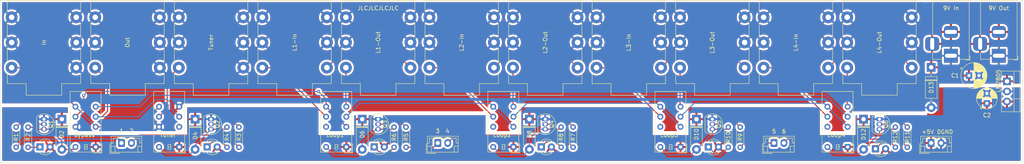
<source format=kicad_pcb>
(kicad_pcb (version 20211014) (generator pcbnew)
  (layers (0 "F.Cu" signal) (31 "B.Cu" signal) (34 "B.Paste" user) (35 "F.Paste" user) (36 "B.SilkS" user "B.Silkscreen") (37 "F.SilkS" user "F.Silkscreen") (38 "B.Mask" user) (39 "F.Mask" user) (44 "Edge.Cuts" user))
  (net 0 "")
  (net 1 "+9V")
  (net 2 "GNDD")
  (net 3 "+5V")
  (net 4 "Net-(D1-Pad1)")
  (net 5 "Net-(Q1-Pad2)")
  (net 6 "Net-(D3-Pad1)")
  (net 7 "Net-(D5-Pad1)")
  (net 8 "Net-(D7-Pad1)")
  (net 9 "Net-(D9-Pad1)")
  (net 10 "Net-(D11-Pad1)")
  (net 11 "J12-1")
  (net 12 "J12-2")
  (net 13 "J12-3")
  (net 14 "J12-4")
  (net 15 "J12-5")
  (net 16 "J12-6")
  (net 17 "Net-(Q2-Pad2)")
  (net 18 "Net-(Q3-Pad2)")
  (net 19 "Net-(Q4-Pad2)")
  (net 20 "Net-(Q5-Pad2)")
  (net 21 "Net-(Q6-Pad2)")
  (net 22 "In")
  (net 23 "Out")
  (net 24 "L-Out")
  (net 25 "L-In")
  (net 26 "GND")
  (net 27 "Net-(D10-Pad2)")
  (net 28 "Net-(D12-Pad2)")
  (net 29 "Net-(L1-In1-PadT)")
  (net 30 "Net-(L2-In1-PadT)")
  (net 31 "Net-(L3-In1-PadT)")
  (net 32 "Net-(L4-In1-PadT)")
  (net 33 "Net-(Loop1-Pad4)")
  (net 35 "Net-(Loop2-Pad4)")
  (net 37 "Net-(Loop3-Pad4)")
  (net 40 "Tuner-In")
  (net 42 "Net-(D4-Pad2)")
  (net 43 "Net-(L1-In1-PadTN)")
  (net 44 "Net-(L1-Out1-PadT)")
  (net 45 "Net-(L2-In1-PadTN)")
  (net 46 "Net-(L2-Out1-PadT)")
  (net 47 "Net-(L3-In1-PadTN)")
  (net 48 "Net-(L3-Out1-PadT)")
  (net 49 "Net-(L4-In1-PadTN)")
  (net 50 "Net-(L4-Out1-PadT)")
  (net 51 "Net-(Bypass1-Pad12)")
  (net 52 "Net-(D6-Pad2)")
  (net 53 "Net-(D8-Pad2)")
  (footprint "Diode_THT:D_DO-41_SOD81_P10.16mm_Horizontal" (layer "F.Cu") (at 234.015 16.92 -90)
    (fp_text reference "D13")
    (fp_text value "1N4001")
  )
  (footprint "LED_THT:LED_D3.0mm" (layer "F.Cu") (at 178.015 37)
    (fp_text reference "D9" hide)
    (fp_text value "IR204A")
  )
  (footprint "Resistor_THT:R_Axial_DIN0204_L3.6mm_D1.6mm_P5.08mm_Horizontal" (layer "F.Cu") (at 4.015 32 -90)
    (fp_text reference "R1")
    (fp_text value "R_Small_US" hide)
  )
  (footprint "Connector_BarrelJack:BarrelJack_Horizontal" (layer "F.Cu") (at 238.9725 14 -90)
    (fp_text reference "JDC1" hide)
    (fp_text value "Barrel_Jack_Switch" hide)
  )
  (footprint "Nate:Jack_6.35mm_Neutrik_NMJ6HCD2_Horizontal" (layer "F.Cu") (at 107.9 17 90)
    (fp_text reference "L2-In")
    (fp_text value "AudioJack3_SwitchSTR" hide)
  )
  (footprint "Nate:Jack_6.35mm_Neutrik_NMJ6HCD2_Horizontal" (layer "F.Cu") (at 2.9 17 90)
    (fp_text reference "In")
    (fp_text value "AudioJack3_SwitchSTR" hide)
  )
  (footprint "Diode_THT:D_DO-41_SOD81_P7.62mm_Horizontal" (layer "F.Cu") (at 49.015 30 -90)
    (fp_text reference "D4")
    (fp_text value "1N4001")
  )
  (footprint "Package_TO_SOT_THT:TO-92_Inline" (layer "F.Cu") (at 95.015 30 -90)
    (fp_text reference "Q3")
    (fp_text value "2N3904")
  )
  (footprint "Relay_THT:Relay_DPDT_Kemet_EC2" (layer "F.Cu") (at 24.015 37 180)
    (fp_text reference "Bypass")
    (fp_text value "EC2-4.5NU")
  )
  (footprint "Package_TO_SOT_THT:TO-92_Inline" (layer "F.Cu") (at 137.015 30 -90)
    (fp_text reference "Q4")
    (fp_text value "2N3904")
  )
  (footprint "Connector_JST:JST_EH_B2B-EH-A_1x02_P2.50mm_Vertical" (layer "F.Cu") (at 234 36)
    (fp_text reference "J4" hide)
    (fp_text value "Conn_01x02")
  )
  (footprint "Resistor_THT:R_Axial_DIN0204_L3.6mm_D1.6mm_P5.08mm_Horizontal" (layer "F.Cu") (at 60.015 32 -90)
    (fp_text reference "R3")
    (fp_text value "R_Small_US")
  )
  (footprint "Resistor_THT:R_Axial_DIN0204_L3.6mm_D1.6mm_P5.08mm_Horizontal" (layer "F.Cu") (at 186.015 32 -90)
    (fp_text reference "R9")
    (fp_text value "R_Small_US")
  )
  (footprint "Package_TO_SOT_THT:TO-92_Inline" (layer "F.Cu") (at 53.015 30 -90)
    (fp_text reference "Q2")
    (fp_text value "2N3904")
  )
  (footprint "Relay_THT:Relay_DPDT_Kemet_EC2" (layer "F.Cu") (at 171.015 37 180)
    (fp_text reference "Loop3")
    (fp_text value "EC2-4.5NU")
  )
  (footprint "Resistor_THT:R_Axial_DIN0204_L3.6mm_D1.6mm_P5.08mm_Horizontal" (layer "F.Cu") (at 102.015 32 -90)
    (fp_text reference "R5")
    (fp_text value "R_Small_US")
  )
  (footprint "Capacitor_THT:CP_Radial_D5.0mm_P2.50mm" (layer "F.Cu") (at 248.015 26 90)
    (fp_text reference "C2")
    (fp_text value "C_Polarized_US" hide)
  )
  (footprint "Diode_THT:D_DO-41_SOD81_P7.62mm_Horizontal" (layer "F.Cu") (at 217.015 30 -90)
    (fp_text reference "D12")
    (fp_text value "1N4001")
  )
  (footprint "Relay_THT:Relay_DPDT_Kemet_EC2" (layer "F.Cu") (at 87.015 37 180)
    (fp_text reference "Loop1")
    (fp_text value "EC2-4.5NU")
  )
  (footprint "Resistor_THT:R_Axial_DIN0204_L3.6mm_D1.6mm_P5.08mm_Horizontal" (layer "F.Cu") (at 57.015 32 -90)
    (fp_text reference "R4")
    (fp_text value "R_Small_US")
  )
  (footprint "Package_TO_SOT_THT:TO-92_Inline" (layer "F.Cu") (at 11.015 30 -90)
    (fp_text reference "Q1")
    (fp_text value "2N3904")
  )
  (footprint "Resistor_THT:R_Axial_DIN0204_L3.6mm_D1.6mm_P5.08mm_Horizontal" (layer "F.Cu") (at 183.015 32 -90)
    (fp_text reference "R10")
    (fp_text value "R_Small_US")
  )
  (footprint "Relay_THT:Relay_DPDT_Kemet_EC2" (layer "F.Cu") (at 213.015 37 180)
    (fp_text reference "Loop4")
    (fp_text value "EC2-4.5NU")
  )
  (footprint "Nate:Jack_6.35mm_Neutrik_NMJ6HCD2_Horizontal" (layer "F.Cu") (at 44.9 17 90)
    (fp_text reference "Tuner")
    (fp_text value "AudioJack3_SwitchSTR" hide)
  )
  (footprint "Relay_THT:Relay_DPDT_Kemet_EC2" (layer "F.Cu") (at 45.015 37 180)
    (fp_text reference "Tuner")
    (fp_text value "EC2-4.5NU")
  )
  (footprint "Package_TO_SOT_THT:TO-92_Inline" (layer "F.Cu") (at 221.015 30 -90)
    (fp_text reference "Q6")
    (fp_text value "2N3904")
  )
  (footprint "Nate:Jack_6.35mm_Neutrik_NMJ6HCD2_Horizontal" (layer "F.Cu") (at 128.9 17 90)
    (fp_text reference "L2-Out")
    (fp_text value "AudioJack3_SwitchSTR" hide)
  )
  (footprint "Nate:Jack_6.35mm_Neutrik_NMJ6HCD2_Horizontal" (layer "F.Cu") (at 65.9 17 90)
    (fp_text reference "L1-In")
    (fp_text value "AudioJack3_SwitchSTR" hide)
  )
  (footprint "Resistor_THT:R_Axial_DIN0204_L3.6mm_D1.6mm_P5.08mm_Horizontal" (layer "F.Cu") (at 141.015 32 -90)
    (fp_text reference "R8")
    (fp_text value "R_Small_US")
  )
  (footprint "Resistor_THT:R_Axial_DIN0204_L3.6mm_D1.6mm_P5.08mm_Horizontal" (layer "F.Cu") (at 228.015 32 -90)
    (fp_text reference "R11")
    (fp_text value "R_Small_US")
  )
  (footprint "Connector_JST:JST_EH_B2B-EH-A_1x02_P2.50mm_Vertical" (layer "F.Cu") (at 194.5 36)
    (fp_text reference "J56" hide)
    (fp_text value "Conn_01x02")
  )
  (footprint "Nate:Jack_6.35mm_Neutrik_NMJ6HCD2_Horizontal" (layer "F.Cu") (at 86.9 17 90)
    (fp_text reference "L1-Out")
    (fp_text value "AudioJack3_SwitchSTR" hide)
  )
  (footprint "Diode_THT:D_DO-41_SOD81_P7.62mm_Horizontal" (layer "F.Cu") (at 175.015 30 -90)
    (fp_text reference "D10")
    (fp_text value "1N4001")
  )
  (footprint "Nate:Jack_6.35mm_Neutrik_NMJ6HCD2_Horizontal" (layer "F.Cu") (at 170.9 17 90)
    (fp_text reference "L3-Out")
    (fp_text value "AudioJack3_SwitchSTR" hide)
  )
  (footprint "Diode_THT:D_DO-41_SOD81_P7.62mm_Horizontal" (layer "F.Cu") (at 15.515 30 -90)
    (fp_text reference "D2")
    (fp_text value "1N4001" hide)
  )
  (footprint "Nate:Jack_6.35mm_Neutrik_NMJ6HCD2_Horizontal" (layer "F.Cu") (at 191.9 17 90)
    (fp_text reference "L4-In")
    (fp_text value "AudioJack3_SwitchSTR" hide)
  )
  (footprint "Package_TO_SOT_THT:TO-220-3_Vertical" (layer "F.Cu") (at 253.07 20.46 -90)
    (fp_text reference "U1" hide)
    (fp_text value "LM7805")
  )
  (footprint "Resistor_THT:R_Axial_DIN0204_L3.6mm_D1.6mm_P5.08mm_Horizontal" (layer "F.Cu") (at 144.015 32 -90)
    (fp_text reference "R7")
    (fp_text value "R_Small_US")
  )
  (footprint "Nate:Jack_6.35mm_Neutrik_NMJ6HCD2_Horizontal" (layer "F.Cu") (at 212.9 17 90)
    (fp_text reference "L4-Out")
    (fp_text value "AudioJack3_SwitchSTR" hide)
  )
  (footprint "LED_THT:LED_D3.0mm" (layer "F.Cu") (at 52.015 37)
    (fp_text reference "D3" hide)
    (fp_text value "IR204A")
  )
  (footprint "Connector_JST:JST_EH_B2B-EH-A_1x02_P2.50mm_Vertical" (layer "F.Cu") (at 110 36)
    (fp_text reference "J34" hide)
    (fp_text value "Conn_01x02")
  )
  (footprint "Connector_BarrelJack:BarrelJack_Horizontal" (layer "F.Cu") (at 251.015 14 -90)
    (fp_text reference "JDC2" hide)
    (fp_text value "Barrel_Jack_Switch")
  )
  (footprint "Capacitor_THT:CP_Radial_D6.3mm_P2.50mm" (layer "F.Cu") (at 243.515 19)
    (fp_text reference "C1")
    (fp_text value "C_Polarized_US" hide)
  )
  (footprint "Relay_THT:Relay_DPDT_Kemet_EC2" (layer "F.Cu") (at 129.015 37 180)
    (fp_text reference "Loop2")
    (fp_text value "EC2-4.5NU")
  )
  (footprint "LED_THT:LED_D3.0mm" (layer "F.Cu") (at 10.015 37)
    (fp_text reference "D1" hide)
    (fp_text value "IR204A" hide)
  )
  (footprint "Resistor_THT:R_Axial_DIN0204_L3.6mm_D1.6mm_P5.08mm_Horizontal" (layer "F.Cu") (at 7.015 32 -90)
    (fp_text reference "R2")
    (fp_text value "R_Small_US")
  )
  (footprint "Nate:Jack_6.35mm_Neutrik_NMJ6HCD2_Horizontal" (layer "F.Cu") (at 149.9 17 90)
    (fp_text reference "L3-In")
    (fp_text value "AudioJack3_SwitchSTR" hide)
  )
  (footprint "Diode_THT:D_DO-41_SOD81_P7.62mm_Horizontal" (layer "F.Cu") (at 133.015 30 -90)
    (fp_text reference "D8")
    (fp_text value "1N4001")
  )
  (footprint "Diode_THT:D_DO-41_SOD81_P7.62mm_Horizontal" (layer "F.Cu") (at 91.015 30 -90)
    (fp_text reference "D6")
    (fp_text value "1N4001")
  )
  (footprint "LED_THT:LED_D3.0mm" (layer "F.Cu") (at 136.015 37)
    (fp_text reference "D7" hide)
    (fp_text value "IR204A")
  )
  (footprint "Resistor_THT:R_Axial_DIN0204_L3.6mm_D1.6mm_P5.08mm_Horizontal" (layer "F.Cu") (at 99.015 32 -90)
    (fp_text reference "R6")
    (fp_text value "R_Small_US")
  )
  (footprint "LED_THT:LED_D3.0mm" (layer "F.Cu") (at 220.015 37.46)
    (fp_text reference "D11" hide)
    (fp_text value "IR204A")
  )
  (footprint "Package_TO_SOT_THT:TO-92_Inline" (layer "F.Cu") (at 179.015 30 -90)
    (fp_text reference "Q5")
    (fp_text value "2N3904")
  )
  (footprint "Connector_JST:JST_EH_B2B-EH-A_1x02_P2.50mm_Vertical" (layer "F.Cu") (at 30.5 36)
    (fp_text reference "J12" hide)
    (fp_text value "Conn_01x02")
  )
  (footprint "Nate:Jack_6.35mm_Neutrik_NMJ6HCD2_Horizontal" (layer "F.Cu") (at 23.9 17 90)
    (fp_text reference "Out")
    (fp_text value "AudioJack3_SwitchSTR" hide)
  )
  (footprint "Resistor_THT:R_Axial_DIN0204_L3.6mm_D1.6mm_P5.08mm_Horizontal" (layer "F.Cu") (at 225.015 32 -90)
    (fp_text reference "R12")
    (fp_text value "R_Small_US")
  )
  (footprint "LED_THT:LED_D3.0mm" (layer "F.Cu") (at 94.015 37)
    (fp_text reference "D5" hide)
    (fp_text value "IR204A")
  )
  (gr_rect (start 0.015 0) (end 257.015 41) (layer "Edge.Cuts") (width 0.1) (fill none))
  (gr_text "9V Out" (at 251 2) (layer "F.SilkS") (effects (font (size 1 1))))
  (gr_text "+5V DGND" (at 235.577165 33.195907) (layer "F.SilkS") (effects (font (size 1 1))))
  (gr_text "1  2" (at 31.748026 32.956972) (layer "F.SilkS") (effects (font (size 1 1))))
  (gr_text "5  6" (at 195.765865 33.074927) (layer "F.SilkS") (effects (font (size 1 1))))
  (gr_text "9V In" (at 239 2) (layer "F.SilkS") (effects (font (size 1 1))))
  (gr_text "3  4" (at 111.20428 33.008389) (layer "F.SilkS") (effects (font (size 1 1))))
  (gr_text "JLCJLCJLCJLC" (at 95.015 2) (layer "F.SilkS") (effects (font (size 1 1))))
  (segment (start 246.315 11) (end 248.015 11) (width 0.25) (layer "F.Cu") (net 1))
  (segment (start 9.935 37.08) (end 10.015 37) (width 0.25) (layer "F.Cu") (net 4))
  (segment (start 7.015 37.08) (end 9.935 37.08) (width 0.25) (layer "F.Cu") (net 4))
  (segment (start 11.015 31.27) (end 9.785 31.27) (width 0.25) (layer "F.Cu") (net 5))
  (segment (start 9.785 31.27) (end 8.515 30) (width 0.25) (layer "F.Cu") (net 5))
  (segment (start 6.015 30) (end 4.015 32) (width 0.25) (layer "F.Cu") (net 5))
  (segment (start 8.515 30) (end 6.015 30) (width 0.25) (layer "F.Cu") (net 5))
  (segment (start 54.935 35) (end 57.015 37.08) (width 0.25) (layer "F.Cu") (net 6))
  (segment (start 52.015 37) (end 52.015 36.985) (width 0.25) (layer "F.Cu") (net 6))
  (segment (start 52.015 36.985) (end 54 35) (width 0.25) (layer "F.Cu") (net 6))
  (segment (start 54 35) (end 54.935 35) (width 0.25) (layer "F.Cu") (net 6))
  (segment (start 94.015 37) (end 96.015 39) (width 0.25) (layer "F.Cu") (net 7))
  (segment (start 96.015 39) (end 97.095 39) (width 0.25) (layer "F.Cu") (net 7))
  (segment (start 97.095 39) (end 99.015 37.08) (width 0.25) (layer "F.Cu") (net 7))
  (segment (start 138 35) (end 138 35.015) (width 0.25) (layer "F.Cu") (net 8))
  (segment (start 138 35.015) (end 136.015 37) (width 0.25) (layer "F.Cu") (net 8))
  (segment (start 138.935 35) (end 138 35) (width 0.25) (layer "F.Cu") (net 8))
  (segment (start 141.015 37.08) (end 138.935 35) (width 0.25) (layer "F.Cu") (net 8))
  (segment (start 178.015 37) (end 180.015 39) (width 0.25) (layer "B.Cu") (net 9))
  (segment (start 181.095 39) (end 183.015 37.08) (width 0.25) (layer "B.Cu") (net 9))
  (segment (start 180.015 39) (end 181.095 39) (width 0.25) (layer "B.Cu") (net 9))
  (segment (start 220.015 37.46) (end 221.475 36) (width 0.25) (layer "F.Cu") (net 10))
  (segment (start 221.475 36) (end 223.935 36) (width 0.25) (layer "F.Cu") (net 10))
  (segment (start 223.935 36) (end 225.015 37.08) (width 0.25) (layer "F.Cu") (net 10))
  (segment (start 6.095 35) (end 4.015 37.08) (width 0.25) (layer "B.Cu") (net 11))
  (segment (start 30.5 35.5) (end 30 35) (width 0.25) (layer "B.Cu") (net 11))
  (segment (start 30.5 36) (end 30.5 35.5) (width 0.25) (layer "B.Cu") (net 11))
  (segment (start 30 35) (end 6.095 35) (width 0.25) (layer "B.Cu") (net 11))
  (segment (start 33 36) (end 35 34) (width 0.25) (layer "F.Cu") (net 12))
  (segment (start 35 34) (end 56.935 34) (width 0.25) (layer "F.Cu") (net 12))
  (segment (start 56.935 34) (end 60.015 37.08) (width 0.25) (layer "F.Cu") (net 12))
  (segment (start 108.92 37.08) (end 110 36) (width 0.25) (layer "F.Cu") (net 13))
  (segment (start 102.015 37.08) (end 108.92 37.08) (width 0.25) (layer "F.Cu") (net 13))
  (segment (start 140.935 34) (end 144.015 37.08) (width 0.25) (layer "F.Cu") (net 14))
  (segment (start 112.5 36) (end 114.5 34) (width 0.25) (layer "F.Cu") (net 14))
  (segment (start 114.5 34) (end 140.935 34) (width 0.25) (layer "F.Cu") (net 14))
  (segment (start 187.095 36) (end 194.5 36) (width 0.25) (layer "F.Cu") (net 15))
  (segment (start 186.015 37.08) (end 187.095 36) (width 0.25) (layer "F.Cu") (net 15))
  (segment (start 198 35) (end 225.935 35) (width 0.25) (layer "F.Cu") (net 16))
  (segment (start 225.935 35) (end 228.015 37.08) (width 0.25) (layer "F.Cu") (net 16))
  (segment (start 197 36) (end 198 35) (width 0.25) (layer "F.Cu") (net 16))
  (segment (start 54.745 31.27) (end 56.015 30) (width 0.25) (layer "F.Cu") (net 17))
  (segment (start 53.015 31.27) (end 54.745 31.27) (width 0.25) (layer "F.Cu") (net 17))
  (segment (start 58.015 30) (end 60.015 32) (width 0.25) (layer "F.Cu") (net 17))
  (segment (start 56.015 30) (end 58.015 30) (width 0.25) (layer "F.Cu") (net 17))
  (segment (start 95.015 31.27) (end 96.745 31.27) (width 0.25) (layer "F.Cu") (net 18))
  (segment (start 96.745 31.27) (end 98.015 30) (width 0.25) (layer "F.Cu") (net 18))
  (segment (start 98.015 30) (end 100.015 30) (width 0.25) (layer "F.Cu") (net 18))
  (segment (start 100.015 30) (end 102.015 32) (width 0.25) (layer "F.Cu") (net 18))
  (segment (start 140.015 30) (end 142.015 30) (width 0.25) (layer "F.Cu") (net 19))
  (segment (start 138.745 31.27) (end 140.015 30) (width 0.25) (layer "F.Cu") (net 19))
  (segment (start 137.015 31.27) (end 138.745 31.27) (width 0.25) (layer "F.Cu") (net 19))
  (segment (start 142.015 30) (end 144.015 32) (width 0.25) (layer "F.Cu") (net 19))
  (segment (start 184.015 30) (end 186.015 32) (width 0.25) (layer "F.Cu") (net 20))
  (segment (start 180.745 31.27) (end 182.015 30) (width 0.25) (layer "F.Cu") (net 20))
  (segment (start 182.015 30) (end 184.015 30) (width 0.25) (layer "F.Cu") (net 20))
  (segment (start 179.015 31.27) (end 180.745 31.27) (width 0.25) (layer "F.Cu") (net 20))
  (segment (start 221.015 31.27) (end 222.745 31.27) (width 0.25) (layer "F.Cu") (net 21))
  (segment (start 226.015 30) (end 228.015 32) (width 0.25) (layer "F.Cu") (net 21))
  (segment (start 224.015 30) (end 226.015 30) (width 0.25) (layer "F.Cu") (net 21))
  (segment (start 222.745 31.27) (end 224.015 30) (width 0.25) (layer "F.Cu") (net 21))
  (segment (start 2.9 17.025) (end 9.12 17.025) (width 0.25) (layer "F.Cu") (net 22))
  (segment (start 24.015 31.92) (end 34.855 31.92) (width 0.25) (layer "F.Cu") (net 22))
  (segment (start 34.855 31.92) (end 39.935 26.84) (width 0.25) (layer "F.Cu") (net 22))
  (segment (start 9.12 17.025) (end 18.935 26.84) (width 0.25) (layer "F.Cu") (net 22))
  (segment (start 18.935 26.84) (end 24.015 31.92) (width 0.25) (layer "B.Cu") (net 22))
  (segment (start 27 20.1) (end 27 28) (width 0.25) (layer "F.Cu") (net 23))
  (segment (start 23.9 17) (end 27 20.1) (width 0.25) (layer "F.Cu") (net 23))
  (segment (start 25.62 29.38) (end 24.015 29.38) (width 0.25) (layer "F.Cu") (net 23))
  (segment (start 27 28) (end 25.62 29.38) (width 0.25) (layer "F.Cu") (net 23))
  (segment (start 43 27.365) (end 43 26) (width 0.25) (layer "B.Cu") (net 23))
  (segment (start 45.015 29.38) (end 43 27.365) (width 0.25) (layer "B.Cu") (net 23))
  (segment (start 42 25) (end 39 25) (width 0.25) (layer "B.Cu") (net 23))
  (segment (start 39 25) (end 34.62 29.38) (width 0.25) (layer "B.Cu") (net 23))
  (segment (start 34.62 29.38) (end 24.015 29.38) (width 0.25) (layer "B.Cu") (net 23))
  (segment (start 43 26) (end 42 25) (width 0.25) (layer "B.Cu") (net 23))
  (segment (start 24.015 26.84) (end 35.16 26.84) (width 0.25) (layer "B.Cu") (net 24))
  (segment (start 38 24) (end 207.635 24) (width 0.25) (layer "B.Cu") (net 24))
  (segment (start 35.16 26.84) (end 38 24) (width 0.25) (layer "B.Cu") (net 24))
  (segment (start 207.635 24) (end 213.015 29.38) (width 0.25) (layer "B.Cu") (net 24))
  (segment (start 81.935 26.84) (end 87.015 31.92) (width 0.25) (layer "F.Cu") (net 25))
  (segment (start 81.935 24.92) (end 81.935 26.84) (width 0.25) (layer "F.Cu") (net 25))
  (segment (start 21 27.315) (end 21 24) (width 0.25) (layer "F.Cu") (net 25))
  (segment (start 80.015 23) (end 81.935 24.92) (width 0.25) (layer "F.Cu") (net 25))
  (segment (start 18.935 29.38) (end 21 27.315) (width 0.25) (layer "F.Cu") (net 25))
  (via (at 21 24) (size 0.8) (drill 0.4) (layers "F.Cu" "B.Cu") (net 25))
  (via (at 80 23) (size 0.8) (drill 0.4) (layers "F.Cu" "B.Cu") (net 25))
  (segment (start 22 23) (end 80 23) (width 0.25) (layer "B.Cu") (net 25))
  (segment (start 21 24) (end 22 23) (width 0.25) (layer "B.Cu") (net 25))
  (segment (start 182.475 32.54) (end 183.015 32) (width 0.25) (layer "F.Cu") (net 27))
  (segment (start 179.015 32.54) (end 182.475 32.54) (width 0.25) (layer "F.Cu") (net 27))
  (segment (start 179.015 33.62) (end 175.015 37.62) (width 0.25) (layer "B.Cu") (net 27))
  (segment (start 165.935 37) (end 167.935 39) (width 0.25) (layer "B.Cu") (net 27))
  (segment (start 167.935 39) (end 173.635 39) (width 0.25) (layer "B.Cu") (net 27))
  (segment (start 173.635 39) (end 175.015 37.62) (width 0.25) (layer "B.Cu") (net 27))
  (segment (start 179.015 32.54) (end 179.015 33.62) (width 0.25) (layer "B.Cu") (net 27))
  (segment (start 224.475 32.54) (end 225.015 32) (width 0.25) (layer "F.Cu") (net 28))
  (segment (start 221.015 32.54) (end 224.475 32.54) (width 0.25) (layer "F.Cu") (net 28))
  (segment (start 215.915001 38.719999) (end 217.015 37.62) (width 0.25) (layer "B.Cu") (net 28))
  (segment (start 209.654999 38.719999) (end 215.915001 38.719999) (width 0.25) (layer "B.Cu") (net 28))
  (segment (start 207.935 37) (end 209.654999 38.719999) (width 0.25) (layer "B.Cu") (net 28))
  (segment (start 221.015 32.54) (end 221.015 33.62) (width 0.25) (layer "B.Cu") (net 28))
  (segment (start 221.015 33.62) (end 217.015 37.62) (width 0.25) (layer "B.Cu") (net 28))
  (segment (start 65.9 17.025) (end 69.58 17.025) (width 0.25) (layer "F.Cu") (net 29))
  (segment (start 69.58 17.025) (end 81.935 29.38) (width 0.25) (layer "F.Cu") (net 29))
  (segment (start 111.58 17.025) (end 123.935 29.38) (width 0.25) (layer "F.Cu") (net 30))
  (segment (start 107.9 17.025) (end 111.58 17.025) (width 0.25) (layer "F.Cu") (net 30))
  (segment (start 153.58 17.025) (end 165.935 29.38) (width 0.25) (layer "F.Cu") (net 31))
  (segment (start 149.9 17.025) (end 153.58 17.025) (width 0.25) (layer "F.Cu") (net 31))
  (segment (start 191.9 17.025) (end 195.58 17.025) (width 0.25) (layer "F.Cu") (net 32))
  (segment (start 195.58 17.025) (end 207.935 29.38) (width 0.25) (layer "F.Cu") (net 32))
  (segment (start 123.095 26) (end 123.935 26.84) (width 0.25) (layer "B.Cu") (net 33))
  (segment (start 90.395 26) (end 123.095 26) (width 0.25) (layer "B.Cu") (net 33))
  (segment (start 123.935 26.84) (end 129.015 31.92) (width 0.25) (layer "B.Cu") (net 33))
  (segment (start 87.015 29.38) (end 90.395 26) (width 0.25) (layer "B.Cu") (net 33))
  (segment (start 132.395 26) (end 165.095 26) (width 0.25) (layer "B.Cu") (net 35))
  (segment (start 129.015 29.38) (end 132.395 26) (width 0.25) (layer "B.Cu") (net 35))
  (segment (start 165.935 26.84) (end 171.015 31.92) (width 0.25) (layer "B.Cu") (net 35))
  (segment (start 165.095 26) (end 165.935 26.84) (width 0.25) (layer "B.Cu") (net 35))
  (segment (start 174.395 26) (end 207.095 26) (width 0.25) (layer "B.Cu") (net 37))
  (segment (start 207.095 26) (end 207.935 26.84) (width 0.25) (layer "B.Cu") (net 37))
  (segment (start 171.015 29.38) (end 174.395 26) (width 0.25) (layer "B.Cu") (net 37))
  (segment (start 207.935 26.84) (end 213.015 31.92) (width 0.25) (layer "B.Cu") (net 37))
  (segment (start 42 27.315) (end 39.935 29.38) (width 0.25) (layer "F.Cu") (net 40))
  (segment (start 44.9 17) (end 42 19.9) (width 0.25) (layer "F.Cu") (net 40))
  (segment (start 42 19.9) (end 42 27.315) (width 0.25) (layer "F.Cu") (net 40))
  (segment (start 53.015 32.54) (end 56.475 32.54) (width 0.25) (layer "F.Cu") (net 42))
  (segment (start 56.475 32.54) (end 57.015 32) (width 0.25) (layer "F.Cu") (net 42))
  (segment (start 47.915001 38.719999) (end 49.015 37.62) (width 0.25) (layer "B.Cu") (net 42))
  (segment (start 39.935 37) (end 41.654999 38.719999) (width 0.25) (layer "B.Cu") (net 42))
  (segment (start 41.654999 38.719999) (end 47.915001 38.719999) (width 0.25) (layer "B.Cu") (net 42))
  (segment (start 53.015 32.54) (end 49.015 36.54) (width 0.25) (layer "B.Cu") (net 42))
  (segment (start 49.015 36.54) (end 49.015 37.62) (width 0.25) (layer "B.Cu") (net 42))
  (segment (start 85.155 14) (end 100.105 14) (width 0.25) (layer "F.Cu") (net 43))
  (segment (start 82.13 17.025) (end 85.155 14) (width 0.25) (layer "F.Cu") (net 43))
  (segment (start 100.105 14) (end 103.13 17.025) (width 0.25) (layer "F.Cu") (net 43))
  (segment (start 86.9 26.725) (end 87.015 26.84) (width 0.25) (layer "F.Cu") (net 44))
  (segment (start 86.9 17.025) (end 86.9 26.725) (width 0.25) (layer "F.Cu") (net 44))
  (segment (start 142.105 14) (end 145.13 17.025) (width 0.25) (layer "F.Cu") (net 45))
  (segment (start 124.13 17.025) (end 127.155 14) (width 0.25) (layer "F.Cu") (net 45))
  (segment (start 127.155 14) (end 142.105 14) (width 0.25) (layer "F.Cu") (net 45))
  (segment (start 128.9 26.725) (end 129.015 26.84) (width 0.25) (layer "F.Cu") (net 46))
  (segment (start 128.9 17.025) (end 128.9 26.725) (width 0.25) (layer "F.Cu") (net 46))
  (segment (start 184.105 14) (end 187.13 17.025) (width 0.25) (layer "F.Cu") (net 47))
  (segment (start 169.155 14) (end 184.105 14) (width 0.25) (layer "F.Cu") (net 47))
  (segment (start 166.13 17.025) (end 169.155 14) (width 0.25) (layer "F.Cu") (net 47))
  (segment (start 170.9 17.025) (end 170.9 26.725) (width 0.25) (layer "F.Cu") (net 48))
  (segment (start 170.9 26.725) (end 171.015 26.84) (width 0.25) (layer "F.Cu") (net 48))
  (segment (start 208.13 17.025) (end 211.155 14) (width 0.25) (layer "F.Cu") (net 49))
  (segment (start 226.105 14) (end 229.13 17.025) (width 0.25) (layer "F.Cu") (net 49))
  (segment (start 211.155 14) (end 226.105 14) (width 0.25) (layer "F.Cu") (net 49))
  (segment (start 212.9 17.025) (end 212.9 26.725) (width 0.25) (layer "F.Cu") (net 50))
  (segment (start 212.9 26.725) (end 213.015 26.84) (width 0.25) (layer "F.Cu") (net 50))
  (segment (start 15.515 37.62) (end 18.315 37.62) (width 0.25) (layer "F.Cu") (net 51))
  (segment (start 12.555 32.54) (end 15.515 35.5) (width 0.25) (layer "F.Cu") (net 51))
  (segment (start 8.015 32) (end 8.555 32.54) (width 0.25) (layer "F.Cu") (net 51))
  (segment (start 18.315 37.62) (end 18.935 37) (width 0.25) (layer "F.Cu") (net 51))
  (segment (start 8.555 32.54) (end 11.015 32.54) (width 0.25) (layer "F.Cu") (net 51))
  (segment (start 11.015 32.54) (end 12.555 32.54) (width 0.25) (layer "F.Cu") (net 51))
  (segment (start 7.015 32) (end 8.015 32) (width 0.25) (layer "F.Cu") (net 51))
  (segment (start 15.515 35.5) (end 15.515 37.62) (width 0.25) (layer "F.Cu") (net 51))
  (segment (start 98.475 32.54) (end 99.015 32) (width 0.25) (layer "F.Cu") (net 52))
  (segment (start 95.015 32.54) (end 98.475 32.54) (width 0.25) (layer "F.Cu") (net 52))
  (segment (start 94.475 32.54) (end 91.015 36) (width 0.25) (layer "B.Cu") (net 52))
  (segment (start 91.015 36) (end 91.015 37.62) (width 0.25) (layer "B.Cu") (net 52))
  (segment (start 81.935 37) (end 83.935 39) (width 0.25) (layer "B.Cu") (net 52))
  (segment (start 83.935 39) (end 89.635 39) (width 0.25) (layer "B.Cu") (net 52))
  (segment (start 95.015 32.54) (end 94.475 32.54) (width 0.25) (layer "B.Cu") (net 52))
  (segment (start 89.635 39) (end 91.015 37.62) (width 0.25) (layer "B.Cu") (net 52))
  (segment (start 137.015 32.54) (end 140.475 32.54) (width 0.25) (layer "F.Cu") (net 53))
  (segment (start 140.475 32.54) (end 141.015 32) (width 0.25) (layer "F.Cu") (net 53))
  (segment (start 125.935 39) (end 131.635 39) (width 0.25) (layer "B.Cu") (net 53))
  (segment (start 131.635 39) (end 133.015 37.62) (width 0.25) (layer "B.Cu") (net 53))
  (segment (start 123.935 37) (end 125.935 39) (width 0.25) (layer "B.Cu") (net 53))
  (segment (start 135.475 32.54) (end 133.015 35) (width 0.25) (layer "B.Cu") (net 53))
  (segment (start 133.015 35) (end 133.015 37.62) (width 0.25) (layer "B.Cu") (net 53))
  (segment (start 137.015 32.54) (end 135.475 32.54) (width 0.25) (layer "B.Cu") (net 53))
  (zone (net 3) (net_name "+5V") (layer "F.Cu") (connect_pads (clearance 0.508)) (min_thickness 0.254) (fill yes (thermal_gap 0.508) (thermal_bridge_width 0.508))
    (polygon (pts (xy 257.015 41) (xy 0.015 41) (xy 0.015 27) (xy 17.015 27) (xy 17.015 34) (xy 26.015 34) (xy 38.015 34) (xy 47.015 34) (xy 47.015 27) (xy 80.015 27) (xy 80.015 34) (xy 89.015 34) (xy 89.015 29) (xy 122.015 29) (xy 122.015 34) (xy 131.015 34) (xy 131.015 27) (xy 164.015 27) (xy 164.015 34) (xy 173.015 34) (xy 173.015 27) (xy 206.015 27) (xy 206.015 34) (xy 215.015 34) (xy 215.015 29) (xy 233.015 29) (xy 233.015 22) (xy 257.015 22)))
  )
  (zone (net 26) (net_name "GND") (layer "F.Cu") (connect_pads (clearance 0.508)) (min_thickness 0.254) (fill yes (thermal_gap 0.508) (thermal_bridge_width 0.508))
    (polygon (pts (xy 232.015 28) (xy 214.015 28) (xy 214.015 33) (xy 207.015 33) (xy 207.015 26) (xy 172.015 26) (xy 172.015 33) (xy 165.015 33) (xy 165.015 26) (xy 130.015 26) (xy 130.015 33) (xy 123.015 33) (xy 123.015 28) (xy 88.015 28) (xy 88.015 33) (xy 81.015 33) (xy 81.015 26) (xy 46.015 26) (xy 46.015 33) (xy 39.015 33) (xy 25.015 33) (xy 18.015 33) (xy 18.015 26) (xy 0.015 26) (xy 0.015 0) (xy 232.015 0)))
  )
  (zone (net 1) (net_name "+9V") (layer "F.Cu") (connect_pads (clearance 0.508)) (min_thickness 0.254) (fill yes (thermal_gap 0.508) (thermal_bridge_width 0.508))
    (polygon (pts (xy 257.015 21) (xy 233.015 21) (xy 233.015 0) (xy 257.015 0)))
  )
  (zone (net 26) (net_name "GND") (layer "B.Cu") (connect_pads (clearance 0.508)) (min_thickness 0.254) (fill yes (thermal_gap 0.508) (thermal_bridge_width 0.508))
    (polygon (pts (xy 257.015 21) (xy 236.015 21) (xy 236.015 28) (xy 214.015 28) (xy 214.015 33) (xy 207.015 33) (xy 207.015 26) (xy 172.015 26) (xy 172.015 33) (xy 165.015 33) (xy 165.015 26) (xy 130.015 26) (xy 130.015 33) (xy 123.015 33) (xy 123.015 28) (xy 88.015 28) (xy 88.015 33) (xy 81.015 33) (xy 81.015 26) (xy 46.015 26) (xy 46.015 33) (xy 18.015 33) (xy 18.015 26) (xy 0.015 26) (xy 0.015 0) (xy 257.015 0)))
  )
  (zone (net 2) (net_name "GNDD") (layer "B.Cu") (connect_pads (clearance 0.508)) (min_thickness 0.254) (fill yes (thermal_gap 0.508) (thermal_bridge_width 0.508))
    (polygon (pts (xy 257.015 41) (xy 0.015 41) (xy 0.015 27) (xy 17.015 27) (xy 17.015 34) (xy 26.015 34) (xy 38.015 34) (xy 47.015 34) (xy 47.015 27) (xy 80.015 27) (xy 80.015 34) (xy 89.015 34) (xy 89.015 29) (xy 122.015 29) (xy 122.015 34) (xy 131.015 34) (xy 131.015 27) (xy 164.015 27) (xy 164.015 34) (xy 173.015 34) (xy 173.015 27) (xy 206.015 27) (xy 206.015 34) (xy 215.015 34) (xy 215.015 29) (xy 237.015 29) (xy 237.015 22) (xy 257.015 22)))
  )
)
</source>
